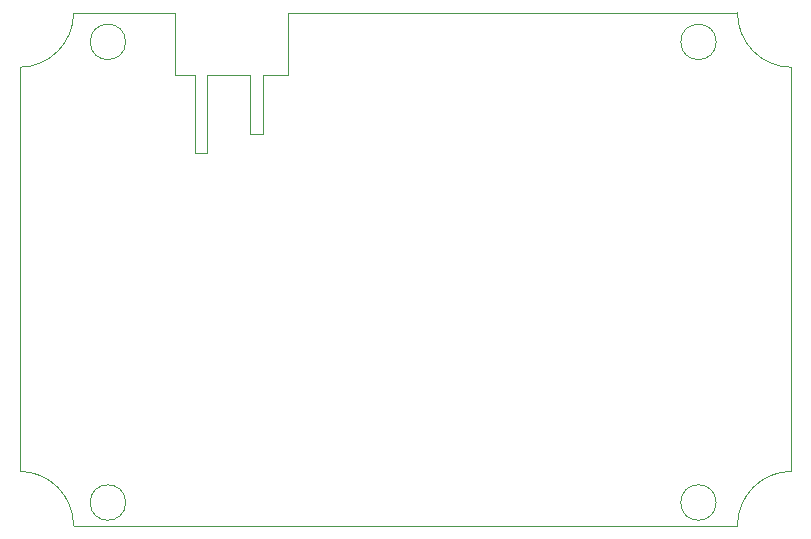
<source format=gbr>
%FSLAX34Y34*%
%MOMM*%
%LNOUTLINE*%
G71*
G01*
%ADD10C,0.100*%
%LPD*%
G54D10*
G75*
G01X653199Y46447D02*
G03X608047Y500I802J-45947D01*
G01*
G54D10*
G75*
G01X45905Y500D02*
G03X753Y46447I-45954J0D01*
G01*
G54D10*
X500Y388547D02*
X500Y46451D01*
G54D10*
X45906Y501D02*
X608047Y501D01*
G54D10*
X653501Y46451D02*
X653501Y388548D01*
G54D10*
G75*
G01X608048Y434499D02*
G03X653200Y388552I45954J0D01*
G01*
G54D10*
G75*
G01X803Y388551D02*
G03X45956Y434499I-802J45948D01*
G01*
G54D10*
G75*
G01X590000Y410000D02*
G03X590000Y410000I-15000J0D01*
G01*
G54D10*
G75*
G01X90000Y410000D02*
G03X90000Y410000I-15000J0D01*
G01*
G54D10*
G75*
G01X590000Y20000D02*
G03X590000Y20000I-15000J0D01*
G01*
G54D10*
G75*
G01X90000Y20000D02*
G03X90000Y20000I-15000J0D01*
G01*
G54D10*
X132159Y381794D02*
X148828Y381794D01*
X148828Y315913D01*
X158750Y315913D01*
X158750Y381794D01*
X195659Y381794D01*
X195659Y331787D01*
X206375Y331787D01*
X206375Y381794D01*
X227806Y381794D01*
G54D10*
X132082Y434501D02*
X132082Y381871D01*
X132159Y381794D01*
G54D10*
X227806Y434578D02*
X227806Y381794D01*
G54D10*
X45956Y434499D02*
X132082Y434501D01*
G54D10*
X227806Y434578D02*
X607969Y434578D01*
X608048Y434499D01*
M02*

</source>
